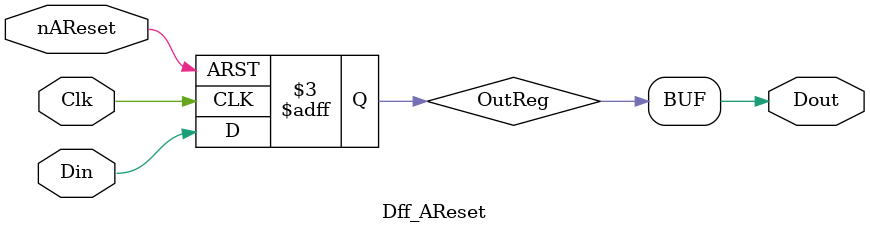
<source format=v>
/**	@task   : D Flip Flop Module
 *	@date   : 22.03.2017	
 */
module DFlipFlop(Din,Clk,Dout);

input  Din;
input  Clk;
output Dout;

reg OutReg;

always @(posedge Clk)
	OutReg <= Din;

assign Dout = OutReg;

endmodule

/**	@task   : D Flip Flop Module with synchronous reset
 *	@date   : 22.03.2017	
 */
module Dff_SReset(Din,nSReset,Clk,Dout);

input Din;
input nSReset;
input Clk;
output Dout;

wire D;
reg  OutReg;

assign D = Din & nSReset;

always @(posedge Clk)
	OutReg <= D;

assign Dout = OutReg;

endmodule

/**	@task   : D Flip Flop Module with Asynchronous reset 
 *	@date   : 22.03.2017	
 */
module Dff_AReset(Din,nAReset,Clk,Dout);

input Din;
input nAReset;
input Clk;
output Dout;

reg OutReg;

always @(posedge Clk or negedge nAReset)
	if (nAReset == 1'b0)
		OutReg <= 1'b0;
	else
		OutReg <= Din;
		
assign Dout = OutReg;
		
endmodule

</source>
